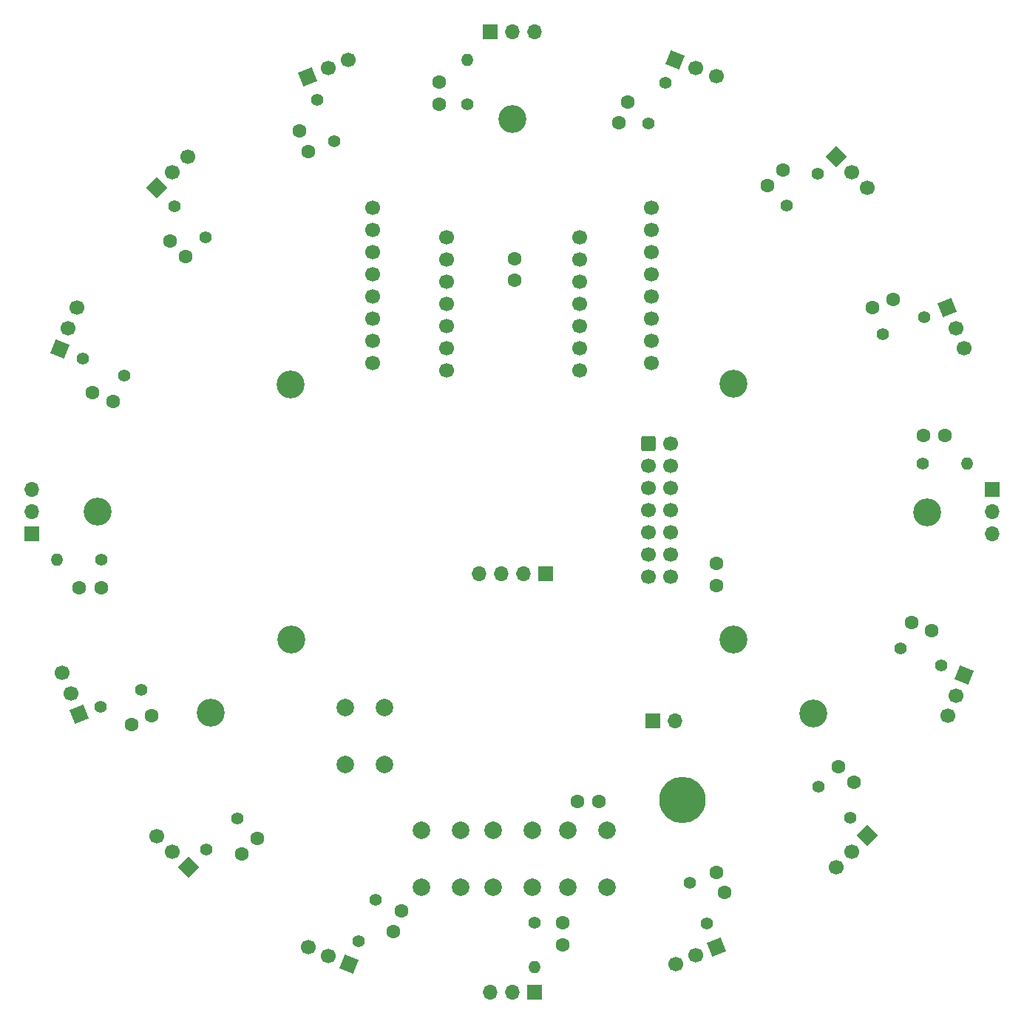
<source format=gbr>
%TF.GenerationSoftware,KiCad,Pcbnew,7.0.9*%
%TF.CreationDate,2025-05-06T13:14:27+09:00*%
%TF.ProjectId,IR_board_syuuseibann,49525f62-6f61-4726-945f-737975757365,rev?*%
%TF.SameCoordinates,Original*%
%TF.FileFunction,Soldermask,Bot*%
%TF.FilePolarity,Negative*%
%FSLAX46Y46*%
G04 Gerber Fmt 4.6, Leading zero omitted, Abs format (unit mm)*
G04 Created by KiCad (PCBNEW 7.0.9) date 2025-05-06 13:14:27*
%MOMM*%
%LPD*%
G01*
G04 APERTURE LIST*
G04 Aperture macros list*
%AMRoundRect*
0 Rectangle with rounded corners*
0 $1 Rounding radius*
0 $2 $3 $4 $5 $6 $7 $8 $9 X,Y pos of 4 corners*
0 Add a 4 corners polygon primitive as box body*
4,1,4,$2,$3,$4,$5,$6,$7,$8,$9,$2,$3,0*
0 Add four circle primitives for the rounded corners*
1,1,$1+$1,$2,$3*
1,1,$1+$1,$4,$5*
1,1,$1+$1,$6,$7*
1,1,$1+$1,$8,$9*
0 Add four rect primitives between the rounded corners*
20,1,$1+$1,$2,$3,$4,$5,0*
20,1,$1+$1,$4,$5,$6,$7,0*
20,1,$1+$1,$6,$7,$8,$9,0*
20,1,$1+$1,$8,$9,$2,$3,0*%
%AMHorizOval*
0 Thick line with rounded ends*
0 $1 width*
0 $2 $3 position (X,Y) of the first rounded end (center of the circle)*
0 $4 $5 position (X,Y) of the second rounded end (center of the circle)*
0 Add line between two ends*
20,1,$1,$2,$3,$4,$5,0*
0 Add two circle primitives to create the rounded ends*
1,1,$1,$2,$3*
1,1,$1,$4,$5*%
%AMRotRect*
0 Rectangle, with rotation*
0 The origin of the aperture is its center*
0 $1 length*
0 $2 width*
0 $3 Rotation angle, in degrees counterclockwise*
0 Add horizontal line*
21,1,$1,$2,0,0,$3*%
G04 Aperture macros list end*
%ADD10R,1.700000X1.700000*%
%ADD11O,1.700000X1.700000*%
%ADD12C,3.200000*%
%ADD13C,1.600000*%
%ADD14C,1.400000*%
%ADD15HorizOval,1.400000X0.000000X0.000000X0.000000X0.000000X0*%
%ADD16HorizOval,1.400000X0.000000X0.000000X0.000000X0.000000X0*%
%ADD17HorizOval,1.400000X0.000000X0.000000X0.000000X0.000000X0*%
%ADD18HorizOval,1.400000X0.000000X0.000000X0.000000X0.000000X0*%
%ADD19RotRect,1.700000X1.700000X135.000000*%
%ADD20HorizOval,1.700000X0.000000X0.000000X0.000000X0.000000X0*%
%ADD21RotRect,1.700000X1.700000X45.000000*%
%ADD22HorizOval,1.700000X0.000000X0.000000X0.000000X0.000000X0*%
%ADD23RotRect,1.700000X1.700000X292.500000*%
%ADD24HorizOval,1.700000X0.000000X0.000000X0.000000X0.000000X0*%
%ADD25C,2.000000*%
%ADD26HorizOval,1.400000X0.000000X0.000000X0.000000X0.000000X0*%
%ADD27RotRect,1.700000X1.700000X22.500000*%
%ADD28HorizOval,1.700000X0.000000X0.000000X0.000000X0.000000X0*%
%ADD29RotRect,1.700000X1.700000X157.500000*%
%ADD30HorizOval,1.700000X0.000000X0.000000X0.000000X0.000000X0*%
%ADD31HorizOval,1.400000X0.000000X0.000000X0.000000X0.000000X0*%
%ADD32RotRect,1.700000X1.700000X202.500000*%
%ADD33HorizOval,1.700000X0.000000X0.000000X0.000000X0.000000X0*%
%ADD34HorizOval,1.400000X0.000000X0.000000X0.000000X0.000000X0*%
%ADD35HorizOval,1.400000X0.000000X0.000000X0.000000X0.000000X0*%
%ADD36HorizOval,1.400000X0.000000X0.000000X0.000000X0.000000X0*%
%ADD37C,5.300000*%
%ADD38O,1.400000X1.400000*%
%ADD39RotRect,1.700000X1.700000X315.000000*%
%ADD40HorizOval,1.700000X0.000000X0.000000X0.000000X0.000000X0*%
%ADD41RotRect,1.700000X1.700000X67.500000*%
%ADD42HorizOval,1.700000X0.000000X0.000000X0.000000X0.000000X0*%
%ADD43RoundRect,0.250000X-0.600000X-0.600000X0.600000X-0.600000X0.600000X0.600000X-0.600000X0.600000X0*%
%ADD44C,1.700000*%
%ADD45RotRect,1.700000X1.700000X112.500000*%
%ADD46HorizOval,1.700000X0.000000X0.000000X0.000000X0.000000X0*%
%ADD47RotRect,1.700000X1.700000X337.500000*%
%ADD48HorizOval,1.700000X0.000000X0.000000X0.000000X0.000000X0*%
%ADD49HorizOval,1.400000X0.000000X0.000000X0.000000X0.000000X0*%
%ADD50HorizOval,1.400000X0.000000X0.000000X0.000000X0.000000X0*%
%ADD51HorizOval,1.400000X0.000000X0.000000X0.000000X0.000000X0*%
%ADD52RotRect,1.700000X1.700000X225.000000*%
%ADD53HorizOval,1.700000X0.000000X0.000000X0.000000X0.000000X0*%
%ADD54RotRect,1.700000X1.700000X247.500000*%
%ADD55HorizOval,1.700000X0.000000X0.000000X0.000000X0.000000X0*%
G04 APERTURE END LIST*
D10*
%TO.C,U17*%
X138341699Y-164755716D03*
D11*
X135801699Y-164755716D03*
X133261699Y-164755716D03*
%TD*%
D12*
%TO.C,REF\u002A\u002A*%
X170276000Y-132800000D03*
%TD*%
D13*
%TO.C,C4*%
X106581975Y-147143010D03*
X104814208Y-148910777D03*
%TD*%
%TO.C,C9*%
X177076399Y-86380620D03*
X179386098Y-85423911D03*
%TD*%
D14*
%TO.C,R6*%
X100698859Y-78312233D03*
D15*
X97106757Y-74720131D03*
%TD*%
D14*
%TO.C,R9*%
X178258619Y-89365407D03*
D16*
X182951927Y-87421375D03*
%TD*%
D14*
%TO.C,R11*%
X151404090Y-65303441D03*
D17*
X153348122Y-60610133D03*
%TD*%
D13*
%TO.C,C5*%
X90064116Y-97079129D03*
X87754417Y-96122420D03*
%TD*%
D10*
%TO.C,U5*%
X80780983Y-112306415D03*
D11*
X80780983Y-109766415D03*
X80780983Y-107226415D03*
%TD*%
D14*
%TO.C,R4*%
X104347516Y-144837840D03*
D18*
X100755414Y-148429942D03*
%TD*%
D19*
%TO.C,U7*%
X95084418Y-72663452D03*
D20*
X96880469Y-70867401D03*
X98676520Y-69071350D03*
%TD*%
D10*
%TO.C,U13*%
X190791000Y-107195000D03*
D11*
X190791000Y-109735000D03*
X190791000Y-112275000D03*
%TD*%
D10*
%TO.C,J1*%
X139606000Y-116870000D03*
D11*
X137066000Y-116870000D03*
X134526000Y-116870000D03*
X131986000Y-116870000D03*
%TD*%
D21*
%TO.C,U11*%
X172873247Y-69049135D03*
D22*
X174669298Y-70845186D03*
X176465349Y-72641237D03*
%TD*%
D13*
%TO.C,C14*%
X173178292Y-138954725D03*
X174946059Y-140722492D03*
%TD*%
D23*
%TO.C,U16*%
X159196663Y-159590682D03*
D24*
X156850009Y-160562698D03*
X154503355Y-161534714D03*
%TD*%
D25*
%TO.C,\u25B6*%
X125376000Y-152720000D03*
X125376000Y-146220000D03*
X129876000Y-152720000D03*
X129876000Y-146220000D03*
%TD*%
D13*
%TO.C,C1*%
X94495584Y-133120797D03*
X92185885Y-134077506D03*
%TD*%
D10*
%TO.C,SW4*%
X151891000Y-133650000D03*
D11*
X154431000Y-133650000D03*
%TD*%
D13*
%TO.C,C17*%
X159180000Y-115660000D03*
X159180000Y-118160000D03*
%TD*%
D10*
%TO.C,U9*%
X133230283Y-54745699D03*
D11*
X135770283Y-54745699D03*
X138310283Y-54745699D03*
%TD*%
D14*
%TO.C,R7*%
X115400691Y-67278080D03*
D26*
X113456659Y-62584772D03*
%TD*%
D27*
%TO.C,U12*%
X185625965Y-86340036D03*
D28*
X186597981Y-88686690D03*
X187569997Y-91033344D03*
%TD*%
D12*
%TO.C,REF\u002A\u002A*%
X101296000Y-132720000D03*
%TD*%
D29*
%TO.C,U6*%
X83989963Y-91062368D03*
D30*
X84961979Y-88715714D03*
X85933995Y-86369060D03*
%TD*%
D12*
%TO.C,REF\u002A\u002A*%
X161156000Y-95110000D03*
%TD*%
%TO.C,REF\u002A\u002A*%
X161136000Y-124400000D03*
%TD*%
D13*
%TO.C,C6*%
X98393690Y-80546691D03*
X96625923Y-78778924D03*
%TD*%
%TO.C,C15*%
X159156079Y-151041116D03*
X160112788Y-153350815D03*
%TD*%
%TO.C,C12*%
X164990008Y-72358407D03*
X166757775Y-70590640D03*
%TD*%
%TO.C,C10*%
X182875999Y-101030000D03*
X185375999Y-101030000D03*
%TD*%
D14*
%TO.C,R14*%
X170873124Y-141189183D03*
D31*
X174465226Y-144781285D03*
%TD*%
D32*
%TO.C,U4*%
X86223016Y-132884381D03*
D33*
X85251000Y-130537727D03*
X84278984Y-128191073D03*
%TD*%
D14*
%TO.C,R13*%
X180233259Y-125368807D03*
D34*
X184926567Y-127312839D03*
%TD*%
D14*
%TO.C,R1*%
X93313363Y-130136008D03*
D35*
X88620055Y-132080040D03*
%TD*%
D14*
%TO.C,R3*%
X120167892Y-154197975D03*
D36*
X118223860Y-158891283D03*
%TD*%
D13*
%TO.C,C7*%
X112415903Y-68460300D03*
X111459194Y-66150601D03*
%TD*%
D37*
%TO.C,REF\u002A\u002A*%
X155290000Y-142750000D03*
%TD*%
D12*
%TO.C,REF\u002A\u002A*%
X88326000Y-109730000D03*
%TD*%
D14*
%TO.C,R8*%
X130676000Y-63090000D03*
D38*
X130676000Y-58010000D03*
%TD*%
D39*
%TO.C,U15*%
X176487564Y-146837964D03*
D40*
X174691513Y-148634015D03*
X172895462Y-150430066D03*
%TD*%
D41*
%TO.C,U10*%
X154474330Y-57954680D03*
D42*
X156820984Y-58926696D03*
X159167638Y-59898712D03*
%TD*%
D13*
%TO.C,C16*%
X141575984Y-156841416D03*
X141575984Y-159341416D03*
%TD*%
D43*
%TO.C,J2*%
X151360000Y-101900000D03*
D44*
X153900000Y-101900000D03*
X151360000Y-104440000D03*
X153900000Y-104440000D03*
X151360000Y-106980000D03*
X153900000Y-106980000D03*
X151360000Y-109520000D03*
X153900000Y-109520000D03*
X151360000Y-112060000D03*
X153900000Y-112060000D03*
X151360000Y-114600000D03*
X153900000Y-114600000D03*
X151360000Y-117140000D03*
X153900000Y-117140000D03*
%TD*%
D45*
%TO.C,U8*%
X112361460Y-59916472D03*
D46*
X114708114Y-58944456D03*
X117054768Y-57972440D03*
%TD*%
D47*
%TO.C,U14*%
X187582020Y-128439047D03*
D48*
X186610004Y-130785701D03*
X185637988Y-133132355D03*
%TD*%
D12*
%TO.C,REF\u002A\u002A*%
X110426000Y-95160000D03*
%TD*%
D13*
%TO.C,C3*%
X123114413Y-155472584D03*
X122157704Y-157782283D03*
%TD*%
D14*
%TO.C,R10*%
X182826000Y-104240000D03*
D38*
X187906000Y-104240000D03*
%TD*%
D13*
%TO.C,C19*%
X143240000Y-142910000D03*
X145740000Y-142910000D03*
%TD*%
D12*
%TO.C,REF\u002A\u002A*%
X110476000Y-124390000D03*
%TD*%
D14*
%TO.C,R12*%
X167224466Y-74663575D03*
D49*
X170816568Y-71071473D03*
%TD*%
D14*
%TO.C,R16*%
X138365982Y-156791416D03*
D38*
X138365982Y-161871416D03*
%TD*%
D13*
%TO.C,C18*%
X136100000Y-80740000D03*
X136100000Y-83240000D03*
%TD*%
D12*
%TO.C,REF\u002A\u002A*%
X183296000Y-109790000D03*
%TD*%
D14*
%TO.C,R15*%
X156171292Y-152223336D03*
D50*
X158115324Y-156916644D03*
%TD*%
D14*
%TO.C,R5*%
X91338724Y-94132609D03*
D51*
X86645416Y-92188577D03*
%TD*%
D13*
%TO.C,C2*%
X88695283Y-118450001D03*
X86195283Y-118450001D03*
%TD*%
D44*
%TO.C,U1*%
X128296000Y-78300000D03*
X128296000Y-80840000D03*
X128296000Y-83380000D03*
X128296000Y-85920000D03*
X128296000Y-88460000D03*
X128296000Y-91000000D03*
X128296000Y-93540000D03*
X143536000Y-93540000D03*
X143536000Y-91000000D03*
X143536000Y-88460000D03*
X143536000Y-85920000D03*
X143536000Y-83380000D03*
X143536000Y-80840000D03*
X143536000Y-78300000D03*
%TD*%
D13*
%TO.C,C13*%
X181507866Y-122422288D03*
X183817565Y-123378997D03*
%TD*%
D25*
%TO.C,enter*%
X133596000Y-152730000D03*
X133596000Y-146230000D03*
X138096000Y-152730000D03*
X138096000Y-146230000D03*
%TD*%
D13*
%TO.C,C11*%
X148021646Y-65154850D03*
X148978355Y-62845151D03*
%TD*%
D14*
%TO.C,R2*%
X88745283Y-115240000D03*
D38*
X83665283Y-115240000D03*
%TD*%
D13*
%TO.C,C8*%
X127466000Y-63040000D03*
X127466000Y-60540000D03*
%TD*%
D52*
%TO.C,U3*%
X98698735Y-150452280D03*
D53*
X96902684Y-148656229D03*
X95106633Y-146860178D03*
%TD*%
D44*
%TO.C,U19*%
X151770000Y-92731000D03*
X151770000Y-90191000D03*
X151770000Y-87651000D03*
X151770000Y-85111000D03*
X151770000Y-82571000D03*
X151770000Y-80031000D03*
X151770000Y-77491000D03*
X151770000Y-74951000D03*
X119770000Y-92731000D03*
X119770000Y-90191000D03*
X119770000Y-87651000D03*
X119770000Y-85111000D03*
X119770000Y-82571000D03*
X119770000Y-80031000D03*
X119770000Y-77491000D03*
X119770000Y-74951000D03*
%TD*%
D25*
%TO.C,SW3*%
X146686000Y-146220000D03*
X146686000Y-152720000D03*
X142186000Y-146220000D03*
X142186000Y-152720000D03*
%TD*%
D54*
%TO.C,U2*%
X117111510Y-161552477D03*
D55*
X114764856Y-160580461D03*
X112418202Y-159608445D03*
%TD*%
D12*
%TO.C,REF\u002A\u002A*%
X135810000Y-64770000D03*
%TD*%
D25*
%TO.C,RST*%
X116646000Y-138700000D03*
X116646000Y-132200000D03*
X121146000Y-138700000D03*
X121146000Y-132200000D03*
%TD*%
M02*

</source>
